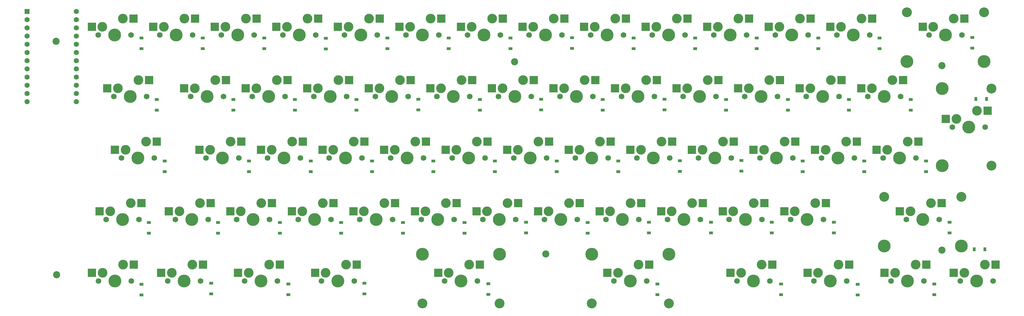
<source format=gbs>
G04 #@! TF.GenerationSoftware,KiCad,Pcbnew,(6.0.7-1)-1*
G04 #@! TF.CreationDate,2022-10-03T10:16:15+02:00*
G04 #@! TF.ProjectId,staggered-keyboard,73746167-6765-4726-9564-2d6b6579626f,rev?*
G04 #@! TF.SameCoordinates,Original*
G04 #@! TF.FileFunction,Soldermask,Bot*
G04 #@! TF.FilePolarity,Negative*
%FSLAX46Y46*%
G04 Gerber Fmt 4.6, Leading zero omitted, Abs format (unit mm)*
G04 Created by KiCad (PCBNEW (6.0.7-1)-1) date 2022-10-03 10:16:15*
%MOMM*%
%LPD*%
G01*
G04 APERTURE LIST*
%ADD10C,2.200000*%
%ADD11C,1.750000*%
%ADD12C,3.987800*%
%ADD13C,3.000000*%
%ADD14R,2.550000X2.500000*%
%ADD15C,3.048000*%
%ADD16R,1.600000X1.600000*%
%ADD17C,1.600000*%
%ADD18R,1.200000X0.900000*%
%ADD19R,0.900000X1.200000*%
G04 APERTURE END LIST*
D10*
X228600000Y-217050000D03*
X219000000Y-157550000D03*
X351250000Y-158750000D03*
X351200000Y-215900000D03*
X77100000Y-151200000D03*
X77250000Y-223450000D03*
D11*
X194897500Y-168257500D03*
D12*
X199977500Y-168257500D03*
D11*
X205057500Y-168257500D03*
D13*
X202517500Y-163177500D03*
X196167500Y-165717500D03*
D14*
X192892500Y-165717500D03*
X205819500Y-163177500D03*
D11*
X257445000Y-206357500D03*
D13*
X254905000Y-201277500D03*
D12*
X252365000Y-206357500D03*
D11*
X247285000Y-206357500D03*
D13*
X248555000Y-203817500D03*
D14*
X245280000Y-203817500D03*
X258207000Y-201277500D03*
D11*
X314595000Y-206357500D03*
X304435000Y-206357500D03*
D13*
X312055000Y-201277500D03*
X305705000Y-203817500D03*
D12*
X309515000Y-206357500D03*
D14*
X302430000Y-203817500D03*
X315357000Y-201277500D03*
D11*
X328247500Y-168257500D03*
X338407500Y-168257500D03*
D13*
X335867500Y-163177500D03*
X329517500Y-165717500D03*
D12*
X333327500Y-168257500D03*
D14*
X326242500Y-165717500D03*
X339169500Y-163177500D03*
D11*
X294910000Y-187307500D03*
D12*
X299990000Y-187307500D03*
D11*
X305070000Y-187307500D03*
D13*
X302530000Y-182227500D03*
X296180000Y-184767500D03*
D14*
X292905000Y-184767500D03*
X305832000Y-182227500D03*
D12*
X352362500Y-149212500D03*
D15*
X340424500Y-142227500D03*
D13*
X354902500Y-144132500D03*
D12*
X340424500Y-157467500D03*
D13*
X348552500Y-146672500D03*
D12*
X364300500Y-157467500D03*
D11*
X347282500Y-149212500D03*
D15*
X364300500Y-142227500D03*
D11*
X357442500Y-149212500D03*
D14*
X345277500Y-146672500D03*
X358204500Y-144132500D03*
D13*
X215217500Y-165717500D03*
D12*
X219027500Y-168257500D03*
D11*
X224107500Y-168257500D03*
X213947500Y-168257500D03*
D13*
X221567500Y-163177500D03*
D14*
X211942500Y-165717500D03*
X224869500Y-163177500D03*
D13*
X358140000Y-222885000D03*
D12*
X361950000Y-225425000D03*
D13*
X364490000Y-220345000D03*
D11*
X356870000Y-225425000D03*
X367030000Y-225425000D03*
D14*
X354865000Y-222885000D03*
X367792000Y-220345000D03*
D11*
X100290000Y-149220000D03*
D12*
X95210000Y-149220000D03*
D13*
X97750000Y-144140000D03*
X91400000Y-146680000D03*
D11*
X90130000Y-149220000D03*
D14*
X88125000Y-146680000D03*
X101052000Y-144140000D03*
D13*
X205692500Y-146667500D03*
D12*
X209502500Y-149207500D03*
D11*
X204422500Y-149207500D03*
X214582500Y-149207500D03*
D13*
X212042500Y-144127500D03*
D14*
X202417500Y-146667500D03*
X215344500Y-144127500D03*
D13*
X269192500Y-144127500D03*
D11*
X261572500Y-149207500D03*
D12*
X266652500Y-149207500D03*
D13*
X262842500Y-146667500D03*
D11*
X271732500Y-149207500D03*
D14*
X259567500Y-146667500D03*
X272494500Y-144127500D03*
D11*
X266335000Y-206357500D03*
D12*
X271415000Y-206357500D03*
D13*
X273955000Y-201277500D03*
D11*
X276495000Y-206357500D03*
D13*
X267605000Y-203817500D03*
D14*
X264330000Y-203817500D03*
X277257000Y-201277500D03*
D11*
X147907500Y-168257500D03*
D12*
X142827500Y-168257500D03*
D13*
X139017500Y-165717500D03*
X145367500Y-163177500D03*
D11*
X137747500Y-168257500D03*
D14*
X135742500Y-165717500D03*
X148669500Y-163177500D03*
D11*
X290147500Y-168257500D03*
D13*
X291417500Y-165717500D03*
D11*
X300307500Y-168257500D03*
D13*
X297767500Y-163177500D03*
D12*
X295227500Y-168257500D03*
D14*
X288142500Y-165717500D03*
X301069500Y-163177500D03*
D13*
X240617500Y-163177500D03*
D11*
X243157500Y-168257500D03*
D12*
X238077500Y-168257500D03*
D11*
X232997500Y-168257500D03*
D13*
X234267500Y-165717500D03*
D14*
X230992500Y-165717500D03*
X243919500Y-163177500D03*
D11*
X223472500Y-149207500D03*
D13*
X231092500Y-144127500D03*
D11*
X233632500Y-149207500D03*
D13*
X224742500Y-146667500D03*
D12*
X228552500Y-149207500D03*
D14*
X221467500Y-146667500D03*
X234394500Y-144127500D03*
D13*
X140605000Y-201277500D03*
X134255000Y-203817500D03*
D11*
X143145000Y-206357500D03*
D12*
X138065000Y-206357500D03*
D11*
X132985000Y-206357500D03*
D14*
X130980000Y-203817500D03*
X143907000Y-201277500D03*
D13*
X115270000Y-203850000D03*
X121620000Y-201310000D03*
D11*
X124160000Y-206390000D03*
X114000000Y-206390000D03*
D12*
X119080000Y-206390000D03*
D14*
X111995000Y-203850000D03*
X124922000Y-201310000D03*
D13*
X97790000Y-220345000D03*
D11*
X90170000Y-225425000D03*
D12*
X95250000Y-225425000D03*
D13*
X91440000Y-222885000D03*
D11*
X100330000Y-225425000D03*
D14*
X88165000Y-222885000D03*
X101092000Y-220345000D03*
D12*
X133302500Y-149207500D03*
D11*
X128222500Y-149207500D03*
D13*
X129492500Y-146667500D03*
X135842500Y-144127500D03*
D11*
X138382500Y-149207500D03*
D14*
X126217500Y-146667500D03*
X139144500Y-144127500D03*
D11*
X262207500Y-168257500D03*
X252047500Y-168257500D03*
D13*
X259667500Y-163177500D03*
X253317500Y-165717500D03*
D12*
X257127500Y-168257500D03*
D14*
X250042500Y-165717500D03*
X262969500Y-163177500D03*
D11*
X157432500Y-149207500D03*
D13*
X154892500Y-144127500D03*
D12*
X152352500Y-149207500D03*
D11*
X147272500Y-149207500D03*
D13*
X148542500Y-146667500D03*
D14*
X145267500Y-146667500D03*
X158194500Y-144127500D03*
D13*
X235855000Y-201277500D03*
D12*
X233315000Y-206357500D03*
D11*
X228235000Y-206357500D03*
D13*
X229505000Y-203817500D03*
D11*
X238395000Y-206357500D03*
D14*
X226230000Y-203817500D03*
X239157000Y-201277500D03*
D11*
X287813750Y-225425000D03*
D13*
X295433750Y-220345000D03*
X289083750Y-222885000D03*
D12*
X292893750Y-225425000D03*
D11*
X297973750Y-225425000D03*
D14*
X285808750Y-222885000D03*
X298735750Y-220345000D03*
D12*
X333343250Y-214630000D03*
X345281250Y-206375000D03*
D15*
X357219250Y-199390000D03*
D13*
X341471250Y-203835000D03*
D15*
X333343250Y-199390000D03*
D13*
X347821250Y-201295000D03*
D11*
X340201250Y-206375000D03*
X350361250Y-206375000D03*
D12*
X357219250Y-214630000D03*
D14*
X338196250Y-203835000D03*
X351123250Y-201295000D03*
D12*
X116681250Y-225425000D03*
D13*
X119221250Y-220345000D03*
D11*
X121761250Y-225425000D03*
X111601250Y-225425000D03*
D13*
X112871250Y-222885000D03*
D14*
X109596250Y-222885000D03*
X122523250Y-220345000D03*
D11*
X249713750Y-225425000D03*
D13*
X250983750Y-222885000D03*
D11*
X259873750Y-225425000D03*
D12*
X242855750Y-217170000D03*
X254793750Y-225425000D03*
D13*
X257333750Y-220345000D03*
D12*
X266731750Y-217170000D03*
D15*
X242855750Y-232410000D03*
X266731750Y-232410000D03*
D14*
X247708750Y-222885000D03*
X260635750Y-220345000D03*
D13*
X288242500Y-144127500D03*
D11*
X290782500Y-149207500D03*
D13*
X281892500Y-146667500D03*
D12*
X285702500Y-149207500D03*
D11*
X280622500Y-149207500D03*
D14*
X278617500Y-146667500D03*
X291544500Y-144127500D03*
D13*
X226330000Y-182227500D03*
D12*
X223790000Y-187307500D03*
D11*
X228870000Y-187307500D03*
X218710000Y-187307500D03*
D13*
X219980000Y-184767500D03*
D14*
X216705000Y-184767500D03*
X229632000Y-182227500D03*
D13*
X319992500Y-146667500D03*
X326342500Y-144127500D03*
D11*
X318722500Y-149207500D03*
D12*
X323802500Y-149207500D03*
D11*
X328882500Y-149207500D03*
D14*
X316717500Y-146667500D03*
X329644500Y-144127500D03*
D13*
X340630000Y-182227500D03*
X334280000Y-184767500D03*
D11*
X333010000Y-187307500D03*
D12*
X338090000Y-187307500D03*
D11*
X343170000Y-187307500D03*
D14*
X331005000Y-184767500D03*
X343932000Y-182227500D03*
D13*
X245380000Y-182227500D03*
X239030000Y-184767500D03*
D11*
X247920000Y-187307500D03*
D12*
X242840000Y-187307500D03*
D11*
X237760000Y-187307500D03*
D14*
X235755000Y-184767500D03*
X248682000Y-182227500D03*
D13*
X355711250Y-175242500D03*
D12*
X351266250Y-165844500D03*
D11*
X364601250Y-177782500D03*
D15*
X366506250Y-189720500D03*
D11*
X354441250Y-177782500D03*
D15*
X366506250Y-165844500D03*
D12*
X359521250Y-177782500D03*
D13*
X362061250Y-172702500D03*
D12*
X351266250Y-189720500D03*
D14*
X352436250Y-175242500D03*
X365363250Y-172702500D03*
D13*
X167592500Y-146667500D03*
D11*
X176482500Y-149207500D03*
D13*
X173942500Y-144127500D03*
D12*
X171402500Y-149207500D03*
D11*
X166322500Y-149207500D03*
D14*
X164317500Y-146667500D03*
X177244500Y-144127500D03*
D12*
X166640000Y-187307500D03*
D13*
X162830000Y-184767500D03*
D11*
X171720000Y-187307500D03*
D13*
X169180000Y-182227500D03*
D11*
X161560000Y-187307500D03*
D14*
X159555000Y-184767500D03*
X172482000Y-182227500D03*
D11*
X324120000Y-187307500D03*
D13*
X315230000Y-184767500D03*
X321580000Y-182227500D03*
D11*
X313960000Y-187307500D03*
D12*
X319040000Y-187307500D03*
D14*
X311955000Y-184767500D03*
X324882000Y-182227500D03*
D13*
X116760000Y-144130000D03*
D12*
X114220000Y-149210000D03*
D11*
X119300000Y-149210000D03*
X109140000Y-149210000D03*
D13*
X110410000Y-146670000D03*
D14*
X107135000Y-146670000D03*
X120062000Y-144130000D03*
D13*
X160496250Y-222885000D03*
D11*
X169386250Y-225425000D03*
D13*
X166846250Y-220345000D03*
D12*
X164306250Y-225425000D03*
D11*
X159226250Y-225425000D03*
D14*
X157221250Y-222885000D03*
X170148250Y-220345000D03*
D13*
X96165000Y-165710000D03*
D12*
X99975000Y-168250000D03*
D11*
X94895000Y-168250000D03*
D13*
X102515000Y-163170000D03*
D11*
X105055000Y-168250000D03*
D14*
X92890000Y-165710000D03*
X105817000Y-163170000D03*
D12*
X140493750Y-225425000D03*
D13*
X136683750Y-222885000D03*
D11*
X135413750Y-225425000D03*
D13*
X143033750Y-220345000D03*
D11*
X145573750Y-225425000D03*
D14*
X133408750Y-222885000D03*
X146335750Y-220345000D03*
D12*
X314277500Y-168257500D03*
D11*
X319357500Y-168257500D03*
D13*
X310467500Y-165717500D03*
X316817500Y-163177500D03*
D11*
X309197500Y-168257500D03*
D14*
X307192500Y-165717500D03*
X320119500Y-163177500D03*
D13*
X312896250Y-222885000D03*
D11*
X311626250Y-225425000D03*
D12*
X316706250Y-225425000D03*
D13*
X319246250Y-220345000D03*
D11*
X321786250Y-225425000D03*
D14*
X309621250Y-222885000D03*
X322548250Y-220345000D03*
D11*
X252682500Y-149207500D03*
D12*
X247602500Y-149207500D03*
D13*
X243792500Y-146667500D03*
X250142500Y-144127500D03*
D11*
X242522500Y-149207500D03*
D14*
X240517500Y-146667500D03*
X253444500Y-144127500D03*
D11*
X199660000Y-187307500D03*
X209820000Y-187307500D03*
D13*
X207280000Y-182227500D03*
D12*
X204740000Y-187307500D03*
D13*
X200930000Y-184767500D03*
D14*
X197655000Y-184767500D03*
X210582000Y-182227500D03*
D13*
X98583750Y-184785000D03*
D11*
X97313750Y-187325000D03*
X107473750Y-187325000D03*
D13*
X104933750Y-182245000D03*
D12*
X102393750Y-187325000D03*
D14*
X95308750Y-184785000D03*
X108235750Y-182245000D03*
D13*
X158067500Y-165717500D03*
X164417500Y-163177500D03*
D11*
X166957500Y-168257500D03*
X156797500Y-168257500D03*
D12*
X161877500Y-168257500D03*
D14*
X154792500Y-165717500D03*
X167719500Y-163177500D03*
D12*
X176165000Y-206357500D03*
D11*
X171085000Y-206357500D03*
X181245000Y-206357500D03*
D13*
X172355000Y-203817500D03*
X178705000Y-201277500D03*
D14*
X169080000Y-203817500D03*
X182007000Y-201277500D03*
D12*
X185690000Y-187307500D03*
D13*
X188230000Y-182227500D03*
D11*
X190770000Y-187307500D03*
X180610000Y-187307500D03*
D13*
X181880000Y-184767500D03*
D14*
X178605000Y-184767500D03*
X191532000Y-182227500D03*
D12*
X304752500Y-149207500D03*
D11*
X309832500Y-149207500D03*
D13*
X307292500Y-144127500D03*
X300942500Y-146667500D03*
D11*
X299672500Y-149207500D03*
D14*
X297667500Y-146667500D03*
X310594500Y-144127500D03*
D11*
X209185000Y-206357500D03*
D12*
X214265000Y-206357500D03*
D13*
X216805000Y-201277500D03*
X210455000Y-203817500D03*
D11*
X219345000Y-206357500D03*
D14*
X207180000Y-203817500D03*
X220107000Y-201277500D03*
D13*
X100171250Y-201295000D03*
X93821250Y-203835000D03*
D12*
X97631250Y-206375000D03*
D11*
X102711250Y-206375000D03*
X92551250Y-206375000D03*
D14*
X90546250Y-203835000D03*
X103473250Y-201295000D03*
D13*
X343058750Y-220345000D03*
X336708750Y-222885000D03*
D11*
X345598750Y-225425000D03*
D12*
X340518750Y-225425000D03*
D11*
X335438750Y-225425000D03*
D14*
X333433750Y-222885000D03*
X346360750Y-220345000D03*
D12*
X261890000Y-187307500D03*
D11*
X266970000Y-187307500D03*
X256810000Y-187307500D03*
D13*
X264430000Y-182227500D03*
X258080000Y-184767500D03*
D14*
X254805000Y-184767500D03*
X267732000Y-182227500D03*
D13*
X293005000Y-201277500D03*
D12*
X290465000Y-206357500D03*
D13*
X286655000Y-203817500D03*
D11*
X285385000Y-206357500D03*
X295545000Y-206357500D03*
D14*
X283380000Y-203817500D03*
X296307000Y-201277500D03*
D13*
X186642500Y-146667500D03*
X192992500Y-144127500D03*
D11*
X195532500Y-149207500D03*
D12*
X190452500Y-149207500D03*
D11*
X185372500Y-149207500D03*
D14*
X183367500Y-146667500D03*
X196294500Y-144127500D03*
D12*
X276177500Y-168257500D03*
D13*
X272367500Y-165717500D03*
D11*
X271097500Y-168257500D03*
X281257500Y-168257500D03*
D13*
X278717500Y-163177500D03*
D14*
X269092500Y-165717500D03*
X282019500Y-163177500D03*
D13*
X131080000Y-182227500D03*
D11*
X133620000Y-187307500D03*
D13*
X124730000Y-184767500D03*
D12*
X128540000Y-187307500D03*
D11*
X123460000Y-187307500D03*
D14*
X121455000Y-184767500D03*
X134382000Y-182227500D03*
D11*
X190135000Y-206357500D03*
D13*
X191405000Y-203817500D03*
X197755000Y-201277500D03*
D11*
X200295000Y-206357500D03*
D12*
X195215000Y-206357500D03*
D14*
X188130000Y-203817500D03*
X201057000Y-201277500D03*
D12*
X157115000Y-206357500D03*
D11*
X162195000Y-206357500D03*
D13*
X159655000Y-201277500D03*
D11*
X152035000Y-206357500D03*
D13*
X153305000Y-203817500D03*
D14*
X150030000Y-203817500D03*
X162957000Y-201277500D03*
D11*
X186007500Y-168257500D03*
D12*
X180927500Y-168257500D03*
D13*
X177117500Y-165717500D03*
X183467500Y-163177500D03*
D11*
X175847500Y-168257500D03*
D14*
X173842500Y-165717500D03*
X186769500Y-163177500D03*
D13*
X277130000Y-184767500D03*
D11*
X286020000Y-187307500D03*
D12*
X280940000Y-187307500D03*
D13*
X283480000Y-182227500D03*
D11*
X275860000Y-187307500D03*
D14*
X273855000Y-184767500D03*
X286782000Y-182227500D03*
D13*
X126317500Y-163177500D03*
D11*
X118697500Y-168257500D03*
X128857500Y-168257500D03*
D13*
X119967500Y-165717500D03*
D12*
X123777500Y-168257500D03*
D14*
X116692500Y-165717500D03*
X129619500Y-163177500D03*
D12*
X202406250Y-225425000D03*
D11*
X207486250Y-225425000D03*
D12*
X190468250Y-217170000D03*
D15*
X214344250Y-232410000D03*
D11*
X197326250Y-225425000D03*
D15*
X190468250Y-232410000D03*
D13*
X198596250Y-222885000D03*
X204946250Y-220345000D03*
D12*
X214344250Y-217170000D03*
D14*
X195321250Y-222885000D03*
X208248250Y-220345000D03*
D11*
X142510000Y-187307500D03*
D13*
X150130000Y-182227500D03*
X143780000Y-184767500D03*
D12*
X147590000Y-187307500D03*
D11*
X152670000Y-187307500D03*
D14*
X140505000Y-184767500D03*
X153432000Y-182227500D03*
D16*
X68060000Y-141940000D03*
D17*
X68060000Y-144480000D03*
X68060000Y-147020000D03*
X68060000Y-149560000D03*
X68060000Y-152100000D03*
X68060000Y-154640000D03*
X68060000Y-157180000D03*
X68060000Y-159720000D03*
X68060000Y-162260000D03*
X68060000Y-164800000D03*
X68060000Y-167340000D03*
X68060000Y-169880000D03*
X83300000Y-169880000D03*
X83300000Y-167340000D03*
X83300000Y-164800000D03*
X83300000Y-162260000D03*
X83300000Y-159720000D03*
X83300000Y-157180000D03*
X83300000Y-154640000D03*
X83300000Y-152100000D03*
X83300000Y-149560000D03*
X83300000Y-147020000D03*
X83300000Y-144480000D03*
X83300000Y-141940000D03*
D18*
X170070000Y-172490000D03*
X170070000Y-169190000D03*
X327190000Y-191520000D03*
X327190000Y-188220000D03*
X331950000Y-153500000D03*
X331950000Y-150200000D03*
D19*
X365010000Y-169000000D03*
X361710000Y-169000000D03*
D18*
X251050000Y-191600000D03*
X251050000Y-188300000D03*
X210880000Y-229570000D03*
X210880000Y-226270000D03*
X317760000Y-210490000D03*
X317760000Y-207190000D03*
X274860000Y-153450000D03*
X274860000Y-150150000D03*
X260550000Y-210550000D03*
X260550000Y-207250000D03*
X231990000Y-191550000D03*
X231990000Y-188250000D03*
X322420000Y-172520000D03*
X322420000Y-169220000D03*
X227180000Y-172420000D03*
X227180000Y-169120000D03*
X165330000Y-210580000D03*
X165330000Y-207280000D03*
X265330000Y-172450000D03*
X265330000Y-169150000D03*
X284400000Y-172520000D03*
X284400000Y-169220000D03*
X108210000Y-172550000D03*
X108210000Y-169250000D03*
X246250000Y-172500000D03*
X246250000Y-169200000D03*
X174900000Y-191550000D03*
X174900000Y-188250000D03*
X312950000Y-153460000D03*
X312950000Y-150160000D03*
X122430000Y-153420000D03*
X122430000Y-150120000D03*
X217680000Y-153430000D03*
X217680000Y-150130000D03*
X160570000Y-153530000D03*
X160570000Y-150230000D03*
X303530000Y-172490000D03*
X303530000Y-169190000D03*
X103480000Y-229730000D03*
X103480000Y-226430000D03*
X301440000Y-229630000D03*
X301440000Y-226330000D03*
X236760000Y-153400000D03*
X236760000Y-150100000D03*
X105800000Y-210580000D03*
X105800000Y-207280000D03*
X131950000Y-172490000D03*
X131950000Y-169190000D03*
X198600000Y-153430000D03*
X198600000Y-150130000D03*
X193810000Y-191550000D03*
X193810000Y-188250000D03*
X263130000Y-229700000D03*
X263130000Y-226400000D03*
X148950000Y-229660000D03*
X148950000Y-226360000D03*
X103470000Y-153450000D03*
X103470000Y-150150000D03*
X212850000Y-191550000D03*
X212850000Y-188250000D03*
X289130000Y-191400000D03*
X289130000Y-188100000D03*
X127220000Y-210630000D03*
X127220000Y-207330000D03*
X125040000Y-229440000D03*
X125040000Y-226140000D03*
X279730000Y-210550000D03*
X279730000Y-207250000D03*
X341530000Y-172520000D03*
X341530000Y-169220000D03*
X360610000Y-153300000D03*
X360610000Y-150000000D03*
X184410000Y-210580000D03*
X184410000Y-207280000D03*
X241570000Y-210610000D03*
X241570000Y-207310000D03*
X179620000Y-153490000D03*
X179620000Y-150190000D03*
X136770000Y-191600000D03*
X136770000Y-188300000D03*
X151010000Y-172490000D03*
X151010000Y-169190000D03*
X110650000Y-191600000D03*
X110650000Y-188300000D03*
X208190000Y-172550000D03*
X208190000Y-169250000D03*
X255760000Y-153470000D03*
X255760000Y-150170000D03*
X325130000Y-229780000D03*
X325130000Y-226480000D03*
X172500000Y-229440000D03*
X172500000Y-226140000D03*
X353560000Y-210540000D03*
X353560000Y-207240000D03*
X141460000Y-153450000D03*
X141460000Y-150150000D03*
X348840000Y-229700000D03*
X348840000Y-226400000D03*
X146310000Y-210580000D03*
X146310000Y-207280000D03*
X298600000Y-210490000D03*
X298600000Y-207190000D03*
X308150000Y-191520000D03*
X308150000Y-188220000D03*
X203480000Y-210610000D03*
X203480000Y-207310000D03*
X270120000Y-191500000D03*
X270120000Y-188200000D03*
X346280000Y-191570000D03*
X346280000Y-188270000D03*
X222490000Y-210500000D03*
X222490000Y-207200000D03*
X189130000Y-172450000D03*
X189130000Y-169150000D03*
X155880000Y-191600000D03*
X155880000Y-188300000D03*
D19*
X361180000Y-215580000D03*
X364480000Y-215580000D03*
D18*
X293930000Y-153430000D03*
X293930000Y-150130000D03*
M02*

</source>
